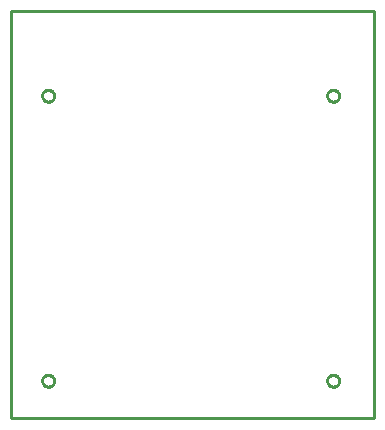
<source format=gbr>
G04 EAGLE Gerber RS-274X export*
G75*
%MOMM*%
%FSLAX34Y34*%
%LPD*%
%IN*%
%IPPOS*%
%AMOC8*
5,1,8,0,0,1.08239X$1,22.5*%
G01*
%ADD10C,0.254000*%


D10*
X0Y0D02*
X307850Y0D01*
X307850Y344700D01*
X0Y344700D01*
X0Y0D01*
X36750Y272769D02*
X36687Y272211D01*
X36562Y271664D01*
X36377Y271134D01*
X36133Y270628D01*
X35834Y270152D01*
X35484Y269713D01*
X35087Y269316D01*
X34648Y268966D01*
X34172Y268667D01*
X33666Y268423D01*
X33136Y268238D01*
X32589Y268113D01*
X32031Y268050D01*
X31469Y268050D01*
X30911Y268113D01*
X30364Y268238D01*
X29834Y268423D01*
X29328Y268667D01*
X28852Y268966D01*
X28413Y269316D01*
X28016Y269713D01*
X27666Y270152D01*
X27367Y270628D01*
X27123Y271134D01*
X26938Y271664D01*
X26813Y272211D01*
X26750Y272769D01*
X26750Y273331D01*
X26813Y273889D01*
X26938Y274436D01*
X27123Y274966D01*
X27367Y275472D01*
X27666Y275948D01*
X28016Y276387D01*
X28413Y276784D01*
X28852Y277134D01*
X29328Y277433D01*
X29834Y277677D01*
X30364Y277862D01*
X30911Y277987D01*
X31469Y278050D01*
X32031Y278050D01*
X32589Y277987D01*
X33136Y277862D01*
X33666Y277677D01*
X34172Y277433D01*
X34648Y277134D01*
X35087Y276784D01*
X35484Y276387D01*
X35834Y275948D01*
X36133Y275472D01*
X36377Y274966D01*
X36562Y274436D01*
X36687Y273889D01*
X36750Y273331D01*
X36750Y272769D01*
X36750Y31469D02*
X36687Y30911D01*
X36562Y30364D01*
X36377Y29834D01*
X36133Y29328D01*
X35834Y28852D01*
X35484Y28413D01*
X35087Y28016D01*
X34648Y27666D01*
X34172Y27367D01*
X33666Y27123D01*
X33136Y26938D01*
X32589Y26813D01*
X32031Y26750D01*
X31469Y26750D01*
X30911Y26813D01*
X30364Y26938D01*
X29834Y27123D01*
X29328Y27367D01*
X28852Y27666D01*
X28413Y28016D01*
X28016Y28413D01*
X27666Y28852D01*
X27367Y29328D01*
X27123Y29834D01*
X26938Y30364D01*
X26813Y30911D01*
X26750Y31469D01*
X26750Y32031D01*
X26813Y32589D01*
X26938Y33136D01*
X27123Y33666D01*
X27367Y34172D01*
X27666Y34648D01*
X28016Y35087D01*
X28413Y35484D01*
X28852Y35834D01*
X29328Y36133D01*
X29834Y36377D01*
X30364Y36562D01*
X30911Y36687D01*
X31469Y36750D01*
X32031Y36750D01*
X32589Y36687D01*
X33136Y36562D01*
X33666Y36377D01*
X34172Y36133D01*
X34648Y35834D01*
X35087Y35484D01*
X35484Y35087D01*
X35834Y34648D01*
X36133Y34172D01*
X36377Y33666D01*
X36562Y33136D01*
X36687Y32589D01*
X36750Y32031D01*
X36750Y31469D01*
X278050Y31469D02*
X277987Y30911D01*
X277862Y30364D01*
X277677Y29834D01*
X277433Y29328D01*
X277134Y28852D01*
X276784Y28413D01*
X276387Y28016D01*
X275948Y27666D01*
X275472Y27367D01*
X274966Y27123D01*
X274436Y26938D01*
X273889Y26813D01*
X273331Y26750D01*
X272769Y26750D01*
X272211Y26813D01*
X271664Y26938D01*
X271134Y27123D01*
X270628Y27367D01*
X270152Y27666D01*
X269713Y28016D01*
X269316Y28413D01*
X268966Y28852D01*
X268667Y29328D01*
X268423Y29834D01*
X268238Y30364D01*
X268113Y30911D01*
X268050Y31469D01*
X268050Y32031D01*
X268113Y32589D01*
X268238Y33136D01*
X268423Y33666D01*
X268667Y34172D01*
X268966Y34648D01*
X269316Y35087D01*
X269713Y35484D01*
X270152Y35834D01*
X270628Y36133D01*
X271134Y36377D01*
X271664Y36562D01*
X272211Y36687D01*
X272769Y36750D01*
X273331Y36750D01*
X273889Y36687D01*
X274436Y36562D01*
X274966Y36377D01*
X275472Y36133D01*
X275948Y35834D01*
X276387Y35484D01*
X276784Y35087D01*
X277134Y34648D01*
X277433Y34172D01*
X277677Y33666D01*
X277862Y33136D01*
X277987Y32589D01*
X278050Y32031D01*
X278050Y31469D01*
X278050Y272769D02*
X277987Y272211D01*
X277862Y271664D01*
X277677Y271134D01*
X277433Y270628D01*
X277134Y270152D01*
X276784Y269713D01*
X276387Y269316D01*
X275948Y268966D01*
X275472Y268667D01*
X274966Y268423D01*
X274436Y268238D01*
X273889Y268113D01*
X273331Y268050D01*
X272769Y268050D01*
X272211Y268113D01*
X271664Y268238D01*
X271134Y268423D01*
X270628Y268667D01*
X270152Y268966D01*
X269713Y269316D01*
X269316Y269713D01*
X268966Y270152D01*
X268667Y270628D01*
X268423Y271134D01*
X268238Y271664D01*
X268113Y272211D01*
X268050Y272769D01*
X268050Y273331D01*
X268113Y273889D01*
X268238Y274436D01*
X268423Y274966D01*
X268667Y275472D01*
X268966Y275948D01*
X269316Y276387D01*
X269713Y276784D01*
X270152Y277134D01*
X270628Y277433D01*
X271134Y277677D01*
X271664Y277862D01*
X272211Y277987D01*
X272769Y278050D01*
X273331Y278050D01*
X273889Y277987D01*
X274436Y277862D01*
X274966Y277677D01*
X275472Y277433D01*
X275948Y277134D01*
X276387Y276784D01*
X276784Y276387D01*
X277134Y275948D01*
X277433Y275472D01*
X277677Y274966D01*
X277862Y274436D01*
X277987Y273889D01*
X278050Y273331D01*
X278050Y272769D01*
M02*

</source>
